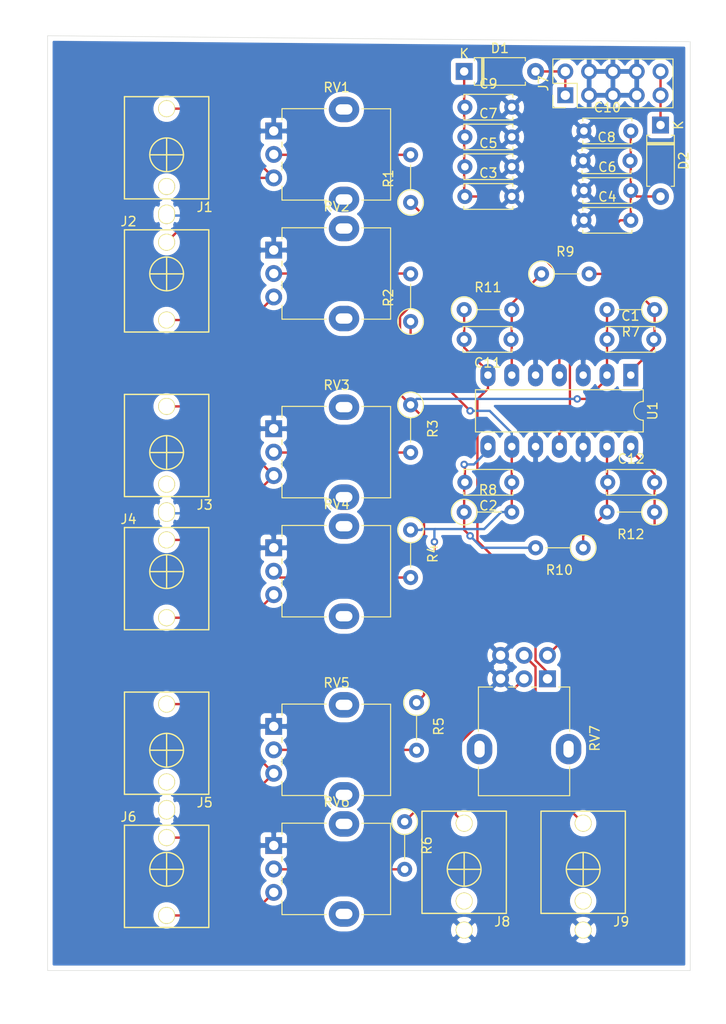
<source format=kicad_pcb>
(kicad_pcb (version 20171130) (host pcbnew "(5.1.2)-1")
  (layers (0 F.Cu signal) (31 B.Cu signal) (34 B.Paste user) (35 F.Paste user) (36 B.SilkS user) (37 F.SilkS user) (38 B.Mask user) (39 F.Mask user) (44 Edge.Cuts user))
  (net 0 "")
  (net 1 "Net-(C1-Pad2)")
  (net 2 Left)
  (net 3 "Net-(C2-Pad2)")
  (net 4 Right)
  (net 5 Earth)
  (net 6 "Net-(J4-Pad3)")
  (net 7 "Net-(R1-Pad2)")
  (net 8 +12V)
  (net 9 -12V)
  (net 10 "Net-(C11-Pad2)")
  (net 11 "Net-(C11-Pad1)")
  (net 12 "Net-(C12-Pad2)")
  (net 13 "Net-(C12-Pad1)")
  (net 14 "Net-(D1-Pad2)")
  (net 15 "Net-(D2-Pad1)")
  (net 16 Mono1)
  (net 17 "Net-(J1-Pad2)")
  (net 18 "Net-(J2-Pad3)")
  (net 19 Mono2)
  (net 20 "Net-(J3-Pad2)")
  (net 21 Mono3)
  (net 22 "Net-(J5-Pad2)")
  (net 23 "Net-(J6-Pad3)")
  (net 24 "Net-(J8-Pad3)")
  (net 25 "Net-(J8-Pad2)")
  (net 26 "Net-(J9-Pad3)")
  (net 27 "Net-(J9-Pad2)")
  (net 28 "Net-(R2-Pad2)")
  (net 29 "Net-(R3-Pad2)")
  (net 30 "Net-(R4-Pad2)")
  (net 31 "Net-(R5-Pad2)")
  (net 32 "Net-(R6-Pad2)")
  (module Package_DIP:DIP-14_W7.62mm_LongPads (layer F.Cu) (at 240.03 86.995 270)
    (fp_text reference U1 (at 3.81 -2.33 90) (layer F.SilkS))
    (fp_text value TL074)
    (pad 14 thru_hole oval (at 7.62 0 270) (size 2.4 1.6) (drill 0.8) (layers *.Cu *.Mask) (net 12 "Net-(C12-Pad2)"))
    (pad 7 thru_hole oval (at 0 15.24 270) (size 2.4 1.6) (drill 0.8) (layers *.Cu *.Mask) (net 10 "Net-(C11-Pad2)"))
    (pad 13 thru_hole oval (at 7.62 2.54 270) (size 2.4 1.6) (drill 0.8) (layers *.Cu *.Mask) (net 13 "Net-(C12-Pad1)"))
    (pad 6 thru_hole oval (at 0 12.7 270) (size 2.4 1.6) (drill 0.8) (layers *.Cu *.Mask) (net 11 "Net-(C11-Pad1)"))
    (pad 12 thru_hole oval (at 7.62 5.08 270) (size 2.4 1.6) (drill 0.8) (layers *.Cu *.Mask) (net 5 Earth))
    (pad 5 thru_hole oval (at 0 10.16 270) (size 2.4 1.6) (drill 0.8) (layers *.Cu *.Mask) (net 5 Earth))
    (pad 11 thru_hole oval (at 7.62 7.62 270) (size 2.4 1.6) (drill 0.8) (layers *.Cu *.Mask) (net 9 -12V))
    (pad 4 thru_hole oval (at 0 7.62 270) (size 2.4 1.6) (drill 0.8) (layers *.Cu *.Mask) (net 8 +12V))
    (pad 10 thru_hole oval (at 7.62 10.16 270) (size 2.4 1.6) (drill 0.8) (layers *.Cu *.Mask) (net 5 Earth))
    (pad 3 thru_hole oval (at 0 5.08 270) (size 2.4 1.6) (drill 0.8) (layers *.Cu *.Mask) (net 5 Earth))
    (pad 9 thru_hole oval (at 7.62 12.7 270) (size 2.4 1.6) (drill 0.8) (layers *.Cu *.Mask) (net 4 Right))
    (pad 2 thru_hole oval (at 0 2.54 270) (size 2.4 1.6) (drill 0.8) (layers *.Cu *.Mask) (net 2 Left))
    (pad 8 thru_hole oval (at 7.62 15.24 270) (size 2.4 1.6) (drill 0.8) (layers *.Cu *.Mask) (net 3 "Net-(C2-Pad2)"))
    (pad 1 thru_hole rect (at 0 0 270) (size 2.4 1.6) (drill 0.8) (layers *.Cu *.Mask) (net 1 "Net-(C1-Pad2)"))
  )
  (module Potentiometer_THT:Potentiometer_Alpha_RD902F-40-00D_Dual_Vertical (layer F.Cu) (at 231.14 119.38 270)
    (fp_text reference RV7 (at 6.35 -5.06 270) (layer F.SilkS))
    (fp_text value R_POT_Dual_Separate)
    (pad 4 thru_hole circle (at -2.5 0) (size 1.8 1.8) (drill 1) (layers *.Cu *.Mask) (net 12 "Net-(C12-Pad2)"))
    (pad 5 thru_hole circle (at -2.5 2.5) (size 1.8 1.8) (drill 1) (layers *.Cu *.Mask) (net 26 "Net-(J9-Pad3)"))
    (pad 6 thru_hole circle (at -2.5 5) (size 1.8 1.8) (drill 1) (layers *.Cu *.Mask) (net 5 Earth))
    (pad "" thru_hole oval (at 7.5 -2.25) (size 2.72 3.24) (drill oval 1.1 1.8) (layers *.Cu *.Mask))
    (pad "" thru_hole oval (at 7.5 7.25) (size 2.72 3.24) (drill oval 1.1 1.8) (layers *.Cu *.Mask))
    (pad 3 thru_hole circle (at 0 5) (size 1.8 1.8) (drill 1) (layers *.Cu *.Mask) (net 5 Earth))
    (pad 2 thru_hole circle (at 0 2.5) (size 1.8 1.8) (drill 1) (layers *.Cu *.Mask) (net 24 "Net-(J8-Pad3)"))
    (pad 1 thru_hole rect (at 0 0) (size 1.8 1.8) (drill 1) (layers *.Cu *.Mask) (net 10 "Net-(C11-Pad2)"))
  )
  (module Potentiometer_THT:Potentiometer_Alpha_RD901F-40-00D_Single_Vertical (layer F.Cu) (at 201.93 137.16)
    (fp_text reference RV6 (at 6.71 -4.64 180) (layer F.SilkS))
    (fp_text value 100K)
    (pad "" thru_hole oval (at 7.5 -2.3 90) (size 2.72 3.24) (drill oval 1.1 1.8) (layers *.Cu *.Mask))
    (pad "" thru_hole oval (at 7.5 7.3 90) (size 2.72 3.24) (drill oval 1.1 1.8) (layers *.Cu *.Mask))
    (pad 3 thru_hole circle (at 0 5 90) (size 1.8 1.8) (drill 1) (layers *.Cu *.Mask) (net 23 "Net-(J6-Pad3)"))
    (pad 2 thru_hole circle (at 0 2.5 90) (size 1.8 1.8) (drill 1) (layers *.Cu *.Mask) (net 32 "Net-(R6-Pad2)"))
    (pad 1 thru_hole rect (at 0 0 90) (size 1.8 1.8) (drill 1) (layers *.Cu *.Mask) (net 5 Earth))
  )
  (module Potentiometer_THT:Potentiometer_Alpha_RD901F-40-00D_Single_Vertical (layer F.Cu) (at 201.93 124.46)
    (fp_text reference RV5 (at 6.71 -4.64 180) (layer F.SilkS))
    (fp_text value 100K)
    (pad "" thru_hole oval (at 7.5 -2.3 90) (size 2.72 3.24) (drill oval 1.1 1.8) (layers *.Cu *.Mask))
    (pad "" thru_hole oval (at 7.5 7.3 90) (size 2.72 3.24) (drill oval 1.1 1.8) (layers *.Cu *.Mask))
    (pad 3 thru_hole circle (at 0 5 90) (size 1.8 1.8) (drill 1) (layers *.Cu *.Mask) (net 21 Mono3))
    (pad 2 thru_hole circle (at 0 2.5 90) (size 1.8 1.8) (drill 1) (layers *.Cu *.Mask) (net 31 "Net-(R5-Pad2)"))
    (pad 1 thru_hole rect (at 0 0 90) (size 1.8 1.8) (drill 1) (layers *.Cu *.Mask) (net 5 Earth))
  )
  (module Potentiometer_THT:Potentiometer_Alpha_RD901F-40-00D_Single_Vertical (layer F.Cu) (at 201.93 105.41)
    (fp_text reference RV4 (at 6.71 -4.64 180) (layer F.SilkS))
    (fp_text value 100K)
    (pad "" thru_hole oval (at 7.5 -2.3 90) (size 2.72 3.24) (drill oval 1.1 1.8) (layers *.Cu *.Mask))
    (pad "" thru_hole oval (at 7.5 7.3 90) (size 2.72 3.24) (drill oval 1.1 1.8) (layers *.Cu *.Mask))
    (pad 3 thru_hole circle (at 0 5 90) (size 1.8 1.8) (drill 1) (layers *.Cu *.Mask) (net 6 "Net-(J4-Pad3)"))
    (pad 2 thru_hole circle (at 0 2.5 90) (size 1.8 1.8) (drill 1) (layers *.Cu *.Mask) (net 30 "Net-(R4-Pad2)"))
    (pad 1 thru_hole rect (at 0 0 90) (size 1.8 1.8) (drill 1) (layers *.Cu *.Mask) (net 5 Earth))
  )
  (module Potentiometer_THT:Potentiometer_Alpha_RD901F-40-00D_Single_Vertical (layer F.Cu) (at 201.93 92.71)
    (fp_text reference RV3 (at 6.71 -4.64 180) (layer F.SilkS))
    (fp_text value 100K)
    (pad "" thru_hole oval (at 7.5 -2.3 90) (size 2.72 3.24) (drill oval 1.1 1.8) (layers *.Cu *.Mask))
    (pad "" thru_hole oval (at 7.5 7.3 90) (size 2.72 3.24) (drill oval 1.1 1.8) (layers *.Cu *.Mask))
    (pad 3 thru_hole circle (at 0 5 90) (size 1.8 1.8) (drill 1) (layers *.Cu *.Mask) (net 19 Mono2))
    (pad 2 thru_hole circle (at 0 2.5 90) (size 1.8 1.8) (drill 1) (layers *.Cu *.Mask) (net 29 "Net-(R3-Pad2)"))
    (pad 1 thru_hole rect (at 0 0 90) (size 1.8 1.8) (drill 1) (layers *.Cu *.Mask) (net 5 Earth))
  )
  (module Potentiometer_THT:Potentiometer_Alpha_RD901F-40-00D_Single_Vertical (layer F.Cu) (at 201.93 73.66)
    (fp_text reference RV2 (at 6.71 -4.64 180) (layer F.SilkS))
    (fp_text value 100K)
    (pad "" thru_hole oval (at 7.5 -2.3 90) (size 2.72 3.24) (drill oval 1.1 1.8) (layers *.Cu *.Mask))
    (pad "" thru_hole oval (at 7.5 7.3 90) (size 2.72 3.24) (drill oval 1.1 1.8) (layers *.Cu *.Mask))
    (pad 3 thru_hole circle (at 0 5 90) (size 1.8 1.8) (drill 1) (layers *.Cu *.Mask) (net 18 "Net-(J2-Pad3)"))
    (pad 2 thru_hole circle (at 0 2.5 90) (size 1.8 1.8) (drill 1) (layers *.Cu *.Mask) (net 28 "Net-(R2-Pad2)"))
    (pad 1 thru_hole rect (at 0 0 90) (size 1.8 1.8) (drill 1) (layers *.Cu *.Mask) (net 5 Earth))
  )
  (module Potentiometer_THT:Potentiometer_Alpha_RD901F-40-00D_Single_Vertical (layer F.Cu) (at 201.93 60.96)
    (fp_text reference RV1 (at 6.71 -4.64 180) (layer F.SilkS))
    (fp_text value 100K)
    (pad "" thru_hole oval (at 7.5 -2.3 90) (size 2.72 3.24) (drill oval 1.1 1.8) (layers *.Cu *.Mask))
    (pad "" thru_hole oval (at 7.5 7.3 90) (size 2.72 3.24) (drill oval 1.1 1.8) (layers *.Cu *.Mask))
    (pad 3 thru_hole circle (at 0 5 90) (size 1.8 1.8) (drill 1) (layers *.Cu *.Mask) (net 16 Mono1))
    (pad 2 thru_hole circle (at 0 2.5 90) (size 1.8 1.8) (drill 1) (layers *.Cu *.Mask) (net 7 "Net-(R1-Pad2)"))
    (pad 1 thru_hole rect (at 0 0 90) (size 1.8 1.8) (drill 1) (layers *.Cu *.Mask) (net 5 Earth))
  )
  (module Resistor_THT:R_Axial_DIN0207_L6.3mm_D2.5mm_P5.08mm_Vertical (layer F.Cu) (at 242.57 101.6 180)
    (fp_text reference R12 (at 2.54 -2.37) (layer F.SilkS))
    (fp_text value 10K)
    (pad 2 thru_hole oval (at 5.08 0 180) (size 1.6 1.6) (drill 0.8) (layers *.Cu *.Mask) (net 13 "Net-(C12-Pad1)"))
    (pad 1 thru_hole circle (at 0 0 180) (size 1.6 1.6) (drill 0.8) (layers *.Cu *.Mask) (net 12 "Net-(C12-Pad2)"))
  )
  (module Resistor_THT:R_Axial_DIN0207_L6.3mm_D2.5mm_P5.08mm_Vertical (layer F.Cu) (at 222.25 80.01)
    (fp_text reference R11 (at 2.54 -2.37) (layer F.SilkS))
    (fp_text value 10K)
    (pad 2 thru_hole oval (at 5.08 0) (size 1.6 1.6) (drill 0.8) (layers *.Cu *.Mask) (net 11 "Net-(C11-Pad1)"))
    (pad 1 thru_hole circle (at 0 0) (size 1.6 1.6) (drill 0.8) (layers *.Cu *.Mask) (net 10 "Net-(C11-Pad2)"))
  )
  (module Resistor_THT:R_Axial_DIN0207_L6.3mm_D2.5mm_P5.08mm_Vertical (layer F.Cu) (at 234.95 105.41 180)
    (fp_text reference R10 (at 2.54 -2.37) (layer F.SilkS))
    (fp_text value 10K)
    (pad 2 thru_hole oval (at 5.08 0 180) (size 1.6 1.6) (drill 0.8) (layers *.Cu *.Mask) (net 3 "Net-(C2-Pad2)"))
    (pad 1 thru_hole circle (at 0 0 180) (size 1.6 1.6) (drill 0.8) (layers *.Cu *.Mask) (net 13 "Net-(C12-Pad1)"))
  )
  (module Resistor_THT:R_Axial_DIN0207_L6.3mm_D2.5mm_P5.08mm_Vertical (layer F.Cu) (at 230.505 76.2)
    (fp_text reference R9 (at 2.54 -2.37) (layer F.SilkS))
    (fp_text value 10K)
    (pad 2 thru_hole oval (at 5.08 0) (size 1.6 1.6) (drill 0.8) (layers *.Cu *.Mask) (net 1 "Net-(C1-Pad2)"))
    (pad 1 thru_hole circle (at 0 0) (size 1.6 1.6) (drill 0.8) (layers *.Cu *.Mask) (net 11 "Net-(C11-Pad1)"))
  )
  (module Resistor_THT:R_Axial_DIN0207_L6.3mm_D2.5mm_P5.08mm_Vertical (layer F.Cu) (at 222.25 101.6)
    (fp_text reference R8 (at 2.54 -2.37) (layer F.SilkS))
    (fp_text value 10K)
    (pad 2 thru_hole oval (at 5.08 0) (size 1.6 1.6) (drill 0.8) (layers *.Cu *.Mask) (net 4 Right))
    (pad 1 thru_hole circle (at 0 0) (size 1.6 1.6) (drill 0.8) (layers *.Cu *.Mask) (net 3 "Net-(C2-Pad2)"))
  )
  (module Resistor_THT:R_Axial_DIN0207_L6.3mm_D2.5mm_P5.08mm_Vertical (layer F.Cu) (at 242.57 80.01 180)
    (fp_text reference R7 (at 2.54 -2.37) (layer F.SilkS))
    (fp_text value 10K)
    (pad 2 thru_hole oval (at 5.08 0 180) (size 1.6 1.6) (drill 0.8) (layers *.Cu *.Mask) (net 2 Left))
    (pad 1 thru_hole circle (at 0 0 180) (size 1.6 1.6) (drill 0.8) (layers *.Cu *.Mask) (net 1 "Net-(C1-Pad2)"))
  )
  (module Resistor_THT:R_Axial_DIN0207_L6.3mm_D2.5mm_P5.08mm_Vertical (layer F.Cu) (at 215.9 134.62 270)
    (fp_text reference R6 (at 2.54 -2.37 90) (layer F.SilkS))
    (fp_text value 10K)
    (pad 2 thru_hole oval (at 5.08 0 270) (size 1.6 1.6) (drill 0.8) (layers *.Cu *.Mask) (net 32 "Net-(R6-Pad2)"))
    (pad 1 thru_hole circle (at 0 0 270) (size 1.6 1.6) (drill 0.8) (layers *.Cu *.Mask) (net 4 Right))
  )
  (module Resistor_THT:R_Axial_DIN0207_L6.3mm_D2.5mm_P5.08mm_Vertical (layer F.Cu) (at 217.17 121.92 270)
    (fp_text reference R5 (at 2.54 -2.37 90) (layer F.SilkS))
    (fp_text value 10K)
    (pad 2 thru_hole oval (at 5.08 0 270) (size 1.6 1.6) (drill 0.8) (layers *.Cu *.Mask) (net 31 "Net-(R5-Pad2)"))
    (pad 1 thru_hole circle (at 0 0 270) (size 1.6 1.6) (drill 0.8) (layers *.Cu *.Mask) (net 2 Left))
  )
  (module Resistor_THT:R_Axial_DIN0207_L6.3mm_D2.5mm_P5.08mm_Vertical (layer F.Cu) (at 216.535 103.505 270)
    (fp_text reference R4 (at 2.54 -2.37 90) (layer F.SilkS))
    (fp_text value 10K)
    (pad 2 thru_hole oval (at 5.08 0 270) (size 1.6 1.6) (drill 0.8) (layers *.Cu *.Mask) (net 30 "Net-(R4-Pad2)"))
    (pad 1 thru_hole circle (at 0 0 270) (size 1.6 1.6) (drill 0.8) (layers *.Cu *.Mask) (net 4 Right))
  )
  (module Resistor_THT:R_Axial_DIN0207_L6.3mm_D2.5mm_P5.08mm_Vertical (layer F.Cu) (at 216.535 90.17 270)
    (fp_text reference R3 (at 2.54 -2.37 90) (layer F.SilkS))
    (fp_text value 10K)
    (pad 2 thru_hole oval (at 5.08 0 270) (size 1.6 1.6) (drill 0.8) (layers *.Cu *.Mask) (net 29 "Net-(R3-Pad2)"))
    (pad 1 thru_hole circle (at 0 0 270) (size 1.6 1.6) (drill 0.8) (layers *.Cu *.Mask) (net 2 Left))
  )
  (module Resistor_THT:R_Axial_DIN0207_L6.3mm_D2.5mm_P5.08mm_Vertical (layer F.Cu) (at 216.535 81.28 90)
    (fp_text reference R2 (at 2.54 -2.37 90) (layer F.SilkS))
    (fp_text value 10K)
    (pad 2 thru_hole oval (at 5.08 0 90) (size 1.6 1.6) (drill 0.8) (layers *.Cu *.Mask) (net 28 "Net-(R2-Pad2)"))
    (pad 1 thru_hole circle (at 0 0 90) (size 1.6 1.6) (drill 0.8) (layers *.Cu *.Mask) (net 4 Right))
  )
  (module Resistor_THT:R_Axial_DIN0207_L6.3mm_D2.5mm_P5.08mm_Vertical (layer F.Cu) (at 216.535 68.58 90)
    (fp_text reference R1 (at 2.54 -2.37 90) (layer F.SilkS))
    (fp_text value 10K)
    (pad 2 thru_hole oval (at 5.08 0 90) (size 1.6 1.6) (drill 0.8) (layers *.Cu *.Mask) (net 7 "Net-(R1-Pad2)"))
    (pad 1 thru_hole circle (at 0 0 90) (size 1.6 1.6) (drill 0.8) (layers *.Cu *.Mask) (net 2 Left))
  )
  (module eurorack:PJ301M-12 (layer F.Cu) (at 234.95 139.7)
    (fp_text reference J9 (at 4.064 5.588) (layer F.SilkS))
    (fp_text value OUT-R)
    (pad 3 thru_hole circle (at 0 -4.92) (size 1.8 1.8) (drill 1.6) (layers *.Cu *.Mask F.SilkS) (net 26 "Net-(J9-Pad3)"))
    (pad 1 thru_hole circle (at 0 6.48) (size 1.8 1.8) (drill 1.6) (layers *.Cu *.Mask F.SilkS) (net 5 Earth))
    (pad 2 thru_hole circle (at 0 3.38) (size 1.8 1.8) (drill 1.6) (layers *.Cu *.Mask F.SilkS) (net 27 "Net-(J9-Pad2)"))
  )
  (module eurorack:PJ301M-12 (layer F.Cu) (at 222.25 139.7)
    (fp_text reference J8 (at 4.064 5.588) (layer F.SilkS))
    (fp_text value OUT-L)
    (pad 3 thru_hole circle (at 0 -4.92) (size 1.8 1.8) (drill 1.6) (layers *.Cu *.Mask F.SilkS) (net 24 "Net-(J8-Pad3)"))
    (pad 1 thru_hole circle (at 0 6.48) (size 1.8 1.8) (drill 1.6) (layers *.Cu *.Mask F.SilkS) (net 5 Earth))
    (pad 2 thru_hole circle (at 0 3.38) (size 1.8 1.8) (drill 1.6) (layers *.Cu *.Mask F.SilkS) (net 25 "Net-(J8-Pad2)"))
  )
  (module Connector_PinHeader_2.54mm:PinHeader_2x05_P2.54mm_Vertical (layer F.Cu) (at 233.045 57.15 90)
    (fp_text reference J7 (at 1.27 -2.33 90) (layer F.SilkS))
    (fp_text value EURO_PWR_2x5)
    (pad 10 thru_hole oval (at 2.54 10.16 90) (size 1.7 1.7) (drill 1) (layers *.Cu *.Mask) (net 15 "Net-(D2-Pad1)"))
    (pad 9 thru_hole oval (at 0 10.16 90) (size 1.7 1.7) (drill 1) (layers *.Cu *.Mask) (net 15 "Net-(D2-Pad1)"))
    (pad 8 thru_hole oval (at 2.54 7.62 90) (size 1.7 1.7) (drill 1) (layers *.Cu *.Mask) (net 5 Earth))
    (pad 7 thru_hole oval (at 0 7.62 90) (size 1.7 1.7) (drill 1) (layers *.Cu *.Mask) (net 5 Earth))
    (pad 6 thru_hole oval (at 2.54 5.08 90) (size 1.7 1.7) (drill 1) (layers *.Cu *.Mask) (net 5 Earth))
    (pad 5 thru_hole oval (at 0 5.08 90) (size 1.7 1.7) (drill 1) (layers *.Cu *.Mask) (net 5 Earth))
    (pad 4 thru_hole oval (at 2.54 2.54 90) (size 1.7 1.7) (drill 1) (layers *.Cu *.Mask) (net 5 Earth))
    (pad 3 thru_hole oval (at 0 2.54 90) (size 1.7 1.7) (drill 1) (layers *.Cu *.Mask) (net 5 Earth))
    (pad 2 thru_hole oval (at 2.54 0 90) (size 1.7 1.7) (drill 1) (layers *.Cu *.Mask) (net 14 "Net-(D1-Pad2)"))
    (pad 1 thru_hole rect (at 0 0 90) (size 1.7 1.7) (drill 1) (layers *.Cu *.Mask) (net 14 "Net-(D1-Pad2)"))
  )
  (module eurorack:PJ301M-12 (layer F.Cu) (at 190.5 139.7 180)
    (fp_text reference J6 (at 4.064 5.588) (layer F.SilkS))
    (fp_text value IN3R)
    (pad 3 thru_hole circle (at 0 -4.92 180) (size 1.8 1.8) (drill 1.6) (layers *.Cu *.Mask F.SilkS) (net 23 "Net-(J6-Pad3)"))
    (pad 1 thru_hole circle (at 0 6.48 180) (size 1.8 1.8) (drill 1.6) (layers *.Cu *.Mask F.SilkS) (net 5 Earth))
    (pad 2 thru_hole circle (at 0 3.38 180) (size 1.8 1.8) (drill 1.6) (layers *.Cu *.Mask F.SilkS) (net 21 Mono3))
  )
  (module eurorack:PJ301M-12 (layer F.Cu) (at 190.5 127)
    (fp_text reference J5 (at 4.064 5.588) (layer F.SilkS))
    (fp_text value IN3L)
    (pad 3 thru_hole circle (at 0 -4.92) (size 1.8 1.8) (drill 1.6) (layers *.Cu *.Mask F.SilkS) (net 21 Mono3))
    (pad 1 thru_hole circle (at 0 6.48) (size 1.8 1.8) (drill 1.6) (layers *.Cu *.Mask F.SilkS) (net 5 Earth))
    (pad 2 thru_hole circle (at 0 3.38) (size 1.8 1.8) (drill 1.6) (layers *.Cu *.Mask F.SilkS) (net 22 "Net-(J5-Pad2)"))
  )
  (module eurorack:PJ301M-12 (layer F.Cu) (at 190.5 107.95 180)
    (fp_text reference J4 (at 4.064 5.588) (layer F.SilkS))
    (fp_text value IN2R)
    (pad 3 thru_hole circle (at 0 -4.92 180) (size 1.8 1.8) (drill 1.6) (layers *.Cu *.Mask F.SilkS) (net 6 "Net-(J4-Pad3)"))
    (pad 1 thru_hole circle (at 0 6.48 180) (size 1.8 1.8) (drill 1.6) (layers *.Cu *.Mask F.SilkS) (net 5 Earth))
    (pad 2 thru_hole circle (at 0 3.38 180) (size 1.8 1.8) (drill 1.6) (layers *.Cu *.Mask F.SilkS) (net 19 Mono2))
  )
  (module eurorack:PJ301M-12 (layer F.Cu) (at 190.5 95.25)
    (fp_text reference J3 (at 4.064 5.588) (layer F.SilkS))
    (fp_text value IN2L)
    (pad 3 thru_hole circle (at 0 -4.92) (size 1.8 1.8) (drill 1.6) (layers *.Cu *.Mask F.SilkS) (net 19 Mono2))
    (pad 1 thru_hole circle (at 0 6.48) (size 1.8 1.8) (drill 1.6) (layers *.Cu *.Mask F.SilkS) (net 5 Earth))
    (pad 2 thru_hole circle (at 0 3.38) (size 1.8 1.8) (drill 1.6) (layers *.Cu *.Mask F.SilkS) (net 20 "Net-(J3-Pad2)"))
  )
  (module eurorack:PJ301M-12 (layer F.Cu) (at 190.5 76.2 180)
    (fp_text reference J2 (at 4.064 5.588) (layer F.SilkS))
    (fp_text value IN1R)
    (pad 3 thru_hole circle (at 0 -4.92 180) (size 1.8 1.8) (drill 1.6) (layers *.Cu *.Mask F.SilkS) (net 18 "Net-(J2-Pad3)"))
    (pad 1 thru_hole circle (at 0 6.48 180) (size 1.8 1.8) (drill 1.6) (layers *.Cu *.Mask F.SilkS) (net 5 Earth))
    (pad 2 thru_hole circle (at 0 3.38 180) (size 1.8 1.8) (drill 1.6) (layers *.Cu *.Mask F.SilkS) (net 16 Mono1))
  )
  (module eurorack:PJ301M-12 (layer F.Cu) (at 190.5 63.5)
    (fp_text reference J1 (at 4.064 5.588) (layer F.SilkS))
    (fp_text value IN1L)
    (pad 3 thru_hole circle (at 0 -4.92) (size 1.8 1.8) (drill 1.6) (layers *.Cu *.Mask F.SilkS) (net 16 Mono1))
    (pad 1 thru_hole circle (at 0 6.48) (size 1.8 1.8) (drill 1.6) (layers *.Cu *.Mask F.SilkS) (net 5 Earth))
    (pad 2 thru_hole circle (at 0 3.38) (size 1.8 1.8) (drill 1.6) (layers *.Cu *.Mask F.SilkS) (net 17 "Net-(J1-Pad2)"))
  )
  (module Diode_THT:D_A-405_P7.62mm_Horizontal (layer F.Cu) (at 243.205 60.325 270)
    (fp_text reference D2 (at 3.81 -2.47 90) (layer F.SilkS))
    (fp_text value D)
    (fp_text user K (at 0 -1.9 90) (layer F.SilkS))
    (pad 2 thru_hole oval (at 7.62 0 270) (size 1.8 1.8) (drill 0.9) (layers *.Cu *.Mask) (net 9 -12V))
    (pad 1 thru_hole rect (at 0 0 270) (size 1.8 1.8) (drill 0.9) (layers *.Cu *.Mask) (net 15 "Net-(D2-Pad1)"))
  )
  (module Diode_THT:D_A-405_P7.62mm_Horizontal (layer F.Cu) (at 222.25 54.61)
    (fp_text reference D1 (at 3.81 -2.47) (layer F.SilkS))
    (fp_text value D)
    (fp_text user K (at 0 -1.9) (layer F.SilkS))
    (pad 2 thru_hole oval (at 7.62 0) (size 1.8 1.8) (drill 0.9) (layers *.Cu *.Mask) (net 14 "Net-(D1-Pad2)"))
    (pad 1 thru_hole rect (at 0 0) (size 1.8 1.8) (drill 0.9) (layers *.Cu *.Mask) (net 8 +12V))
  )
  (module Capacitor_THT:C_Disc_D5.0mm_W2.5mm_P5.00mm (layer F.Cu) (at 237.57 98.425)
    (fp_text reference C12 (at 2.5 -2.5) (layer F.SilkS))
    (fp_text value 10pF)
    (pad 2 thru_hole circle (at 5 0) (size 1.6 1.6) (drill 0.8) (layers *.Cu *.Mask) (net 12 "Net-(C12-Pad2)"))
    (pad 1 thru_hole circle (at 0 0) (size 1.6 1.6) (drill 0.8) (layers *.Cu *.Mask) (net 13 "Net-(C12-Pad1)"))
  )
  (module Capacitor_THT:C_Disc_D5.0mm_W2.5mm_P5.00mm (layer F.Cu) (at 227.25 83.185 180)
    (fp_text reference C11 (at 2.5 -2.5) (layer F.SilkS))
    (fp_text value 10pF)
    (pad 2 thru_hole circle (at 5 0 180) (size 1.6 1.6) (drill 0.8) (layers *.Cu *.Mask) (net 10 "Net-(C11-Pad2)"))
    (pad 1 thru_hole circle (at 0 0 180) (size 1.6 1.6) (drill 0.8) (layers *.Cu *.Mask) (net 11 "Net-(C11-Pad1)"))
  )
  (module Capacitor_THT:C_Disc_D5.0mm_W2.5mm_P5.00mm (layer F.Cu) (at 235.03 60.96)
    (fp_text reference C10 (at 2.5 -2.5) (layer F.SilkS))
    (fp_text value 10uF)
    (pad 2 thru_hole circle (at 5 0) (size 1.6 1.6) (drill 0.8) (layers *.Cu *.Mask) (net 9 -12V))
    (pad 1 thru_hole circle (at 0 0) (size 1.6 1.6) (drill 0.8) (layers *.Cu *.Mask) (net 5 Earth))
  )
  (module Capacitor_THT:C_Disc_D5.0mm_W2.5mm_P5.00mm (layer F.Cu) (at 222.33 58.42)
    (fp_text reference C9 (at 2.5 -2.5) (layer F.SilkS))
    (fp_text value 10uF)
    (pad 2 thru_hole circle (at 5 0) (size 1.6 1.6) (drill 0.8) (layers *.Cu *.Mask) (net 5 Earth))
    (pad 1 thru_hole circle (at 0 0) (size 1.6 1.6) (drill 0.8) (layers *.Cu *.Mask) (net 8 +12V))
  )
  (module Capacitor_THT:C_Disc_D5.0mm_W2.5mm_P5.00mm (layer F.Cu) (at 234.95 64.135)
    (fp_text reference C8 (at 2.5 -2.5) (layer F.SilkS))
    (fp_text value 100nF)
    (pad 2 thru_hole circle (at 5 0) (size 1.6 1.6) (drill 0.8) (layers *.Cu *.Mask) (net 9 -12V))
    (pad 1 thru_hole circle (at 0 0) (size 1.6 1.6) (drill 0.8) (layers *.Cu *.Mask) (net 5 Earth))
  )
  (module Capacitor_THT:C_Disc_D5.0mm_W2.5mm_P5.00mm (layer F.Cu) (at 222.33 61.595)
    (fp_text reference C7 (at 2.5 -2.5) (layer F.SilkS))
    (fp_text value 100nF)
    (pad 2 thru_hole circle (at 5 0) (size 1.6 1.6) (drill 0.8) (layers *.Cu *.Mask) (net 5 Earth))
    (pad 1 thru_hole circle (at 0 0) (size 1.6 1.6) (drill 0.8) (layers *.Cu *.Mask) (net 8 +12V))
  )
  (module Capacitor_THT:C_Disc_D5.0mm_W2.5mm_P5.00mm (layer F.Cu) (at 235.03 67.31)
    (fp_text reference C6 (at 2.5 -2.5) (layer F.SilkS))
    (fp_text value 100nF)
    (pad 2 thru_hole circle (at 5 0) (size 1.6 1.6) (drill 0.8) (layers *.Cu *.Mask) (net 9 -12V))
    (pad 1 thru_hole circle (at 0 0) (size 1.6 1.6) (drill 0.8) (layers *.Cu *.Mask) (net 5 Earth))
  )
  (module Capacitor_THT:C_Disc_D5.0mm_W2.5mm_P5.00mm (layer F.Cu) (at 222.33 64.77)
    (fp_text reference C5 (at 2.5 -2.5) (layer F.SilkS))
    (fp_text value 100nF)
    (pad 2 thru_hole circle (at 5 0) (size 1.6 1.6) (drill 0.8) (layers *.Cu *.Mask) (net 5 Earth))
    (pad 1 thru_hole circle (at 0 0) (size 1.6 1.6) (drill 0.8) (layers *.Cu *.Mask) (net 8 +12V))
  )
  (module Capacitor_THT:C_Disc_D5.0mm_W2.5mm_P5.00mm (layer F.Cu) (at 235.03 70.485)
    (fp_text reference C4 (at 2.5 -2.5) (layer F.SilkS))
    (fp_text value 100nF)
    (pad 2 thru_hole circle (at 5 0) (size 1.6 1.6) (drill 0.8) (layers *.Cu *.Mask) (net 9 -12V))
    (pad 1 thru_hole circle (at 0 0) (size 1.6 1.6) (drill 0.8) (layers *.Cu *.Mask) (net 5 Earth))
  )
  (module Capacitor_THT:C_Disc_D5.0mm_W2.5mm_P5.00mm (layer F.Cu) (at 222.33 67.945)
    (fp_text reference C3 (at 2.5 -2.5) (layer F.SilkS))
    (fp_text value 100nF)
    (pad 2 thru_hole circle (at 5 0) (size 1.6 1.6) (drill 0.8) (layers *.Cu *.Mask) (net 5 Earth))
    (pad 1 thru_hole circle (at 0 0) (size 1.6 1.6) (drill 0.8) (layers *.Cu *.Mask) (net 8 +12V))
  )
  (module Capacitor_THT:C_Disc_D5.0mm_W2.5mm_P5.00mm (layer F.Cu) (at 227.33 98.425 180)
    (fp_text reference C2 (at 2.5 -2.5) (layer F.SilkS))
    (fp_text value 10pF)
    (pad 2 thru_hole circle (at 5 0 180) (size 1.6 1.6) (drill 0.8) (layers *.Cu *.Mask) (net 3 "Net-(C2-Pad2)"))
    (pad 1 thru_hole circle (at 0 0 180) (size 1.6 1.6) (drill 0.8) (layers *.Cu *.Mask) (net 4 Right))
  )
  (module Capacitor_THT:C_Disc_D5.0mm_W2.5mm_P5.00mm (layer F.Cu) (at 237.49 83.185)
    (fp_text reference C1 (at 2.5 -2.5) (layer F.SilkS))
    (fp_text value 10pF)
    (pad 2 thru_hole circle (at 5 0) (size 1.6 1.6) (drill 0.8) (layers *.Cu *.Mask) (net 1 "Net-(C1-Pad2)"))
    (pad 1 thru_hole circle (at 0 0) (size 1.6 1.6) (drill 0.8) (layers *.Cu *.Mask) (net 2 Left))
  )
  (gr_line (start 246.38 51.435) (end 177.8 50.8) (layer Edge.Cuts) (width 0.05))
  (gr_line (start 246.38 150.495) (end 246.38 51.435) (layer Edge.Cuts) (width 0.05))
  (gr_line (start 177.8 150.495) (end 246.38 150.495) (layer Edge.Cuts) (width 0.05))
  (gr_line (start 177.8 50.8) (end 177.8 150.495) (layer Edge.Cuts) (width 0.05))
  (segment (start 242.49 84.135) (end 242.49 83.185) (width 0.25) (layer F.Cu) (net 1))
  (segment (start 240.03 86.595) (end 242.49 84.135) (width 0.25) (layer F.Cu) (net 1))
  (segment (start 240.03 86.995) (end 240.03 86.595) (width 0.25) (layer F.Cu) (net 1))
  (segment (start 242.57 83.105) (end 242.49 83.185) (width 0.25) (layer F.Cu) (net 1))
  (segment (start 242.57 80.01) (end 242.57 83.105) (width 0.25) (layer F.Cu) (net 1))
  (segment (start 238.76 76.2) (end 235.585 76.2) (width 0.25) (layer F.Cu) (net 1))
  (segment (start 242.57 80.01) (end 238.76 76.2) (width 0.25) (layer F.Cu) (net 1))
  (segment (start 237.49 86.995) (end 237.49 80.01) (width 0.25) (layer F.Cu) (net 2))
  (via (at 234.315 89.535) (size 0.8) (drill 0.4) (layers F.Cu B.Cu) (net 2))
  (segment (start 235.35 89.535) (end 234.315 89.535) (width 0.25) (layer F.Cu) (net 2))
  (segment (start 237.49 86.995) (end 237.49 87.395) (width 0.25) (layer F.Cu) (net 2))
  (segment (start 237.49 87.395) (end 235.35 89.535) (width 0.25) (layer F.Cu) (net 2))
  (segment (start 217.17 89.535) (end 216.535 90.17) (width 0.25) (layer B.Cu) (net 2))
  (segment (start 234.315 89.535) (end 217.17 89.535) (width 0.25) (layer B.Cu) (net 2))
  (segment (start 217.334999 90.969999) (end 216.535 90.17) (width 0.25) (layer F.Cu) (net 2))
  (segment (start 217.969999 91.604999) (end 217.334999 90.969999) (width 0.25) (layer F.Cu) (net 2))
  (segment (start 217.969999 121.120001) (end 217.969999 91.604999) (width 0.25) (layer F.Cu) (net 2))
  (segment (start 217.17 121.92) (end 217.969999 121.120001) (width 0.25) (layer F.Cu) (net 2))
  (segment (start 215.735001 89.370001) (end 216.535 90.17) (width 0.25) (layer F.Cu) (net 2))
  (segment (start 215.409999 89.044999) (end 215.735001 89.370001) (width 0.25) (layer F.Cu) (net 2))
  (segment (start 215.409999 80.739999) (end 215.409999 89.044999) (width 0.25) (layer F.Cu) (net 2))
  (segment (start 219.075 77.074998) (end 215.409999 80.739999) (width 0.25) (layer F.Cu) (net 2))
  (segment (start 219.075 71.12) (end 219.075 77.074998) (width 0.25) (layer F.Cu) (net 2))
  (segment (start 216.535 68.58) (end 219.075 71.12) (width 0.25) (layer F.Cu) (net 2))
  (segment (start 222.25 98.505) (end 222.33 98.425) (width 0.25) (layer F.Cu) (net 3))
  (segment (start 222.25 101.6) (end 222.25 98.505) (width 0.25) (layer F.Cu) (net 3))
  (via (at 222.25 96.52) (size 0.8) (drill 0.4) (layers F.Cu B.Cu) (net 3))
  (segment (start 222.33 98.425) (end 222.33 96.6) (width 0.25) (layer F.Cu) (net 3))
  (segment (start 222.33 96.6) (end 222.25 96.52) (width 0.25) (layer F.Cu) (net 3))
  (segment (start 224.79 95.015) (end 224.79 94.615) (width 0.25) (layer B.Cu) (net 3))
  (segment (start 223.285 96.52) (end 224.79 95.015) (width 0.25) (layer B.Cu) (net 3))
  (segment (start 222.25 96.52) (end 223.285 96.52) (width 0.25) (layer B.Cu) (net 3))
  (via (at 222.885 104.14) (size 0.8) (drill 0.4) (layers F.Cu B.Cu) (net 3))
  (segment (start 222.25 101.6) (end 222.25 103.505) (width 0.25) (layer F.Cu) (net 3))
  (segment (start 222.25 103.505) (end 222.885 104.14) (width 0.25) (layer F.Cu) (net 3))
  (segment (start 224.155 105.41) (end 229.87 105.41) (width 0.25) (layer B.Cu) (net 3))
  (segment (start 222.885 104.14) (end 224.155 105.41) (width 0.25) (layer B.Cu) (net 3))
  (segment (start 227.33 96.065) (end 227.33 101.6) (width 0.25) (layer F.Cu) (net 4))
  (segment (start 227.33 94.615) (end 227.33 96.065) (width 0.25) (layer F.Cu) (net 4))
  (segment (start 217.66637 103.505) (end 216.535 103.505) (width 0.25) (layer B.Cu) (net 4))
  (segment (start 217.756371 103.414999) (end 217.66637 103.505) (width 0.25) (layer B.Cu) (net 4))
  (segment (start 226.19863 101.6) (end 224.383631 103.414999) (width 0.25) (layer B.Cu) (net 4))
  (segment (start 227.33 101.6) (end 226.19863 101.6) (width 0.25) (layer B.Cu) (net 4))
  (via (at 222.885 90.805) (size 0.8) (drill 0.4) (layers F.Cu B.Cu) (net 4))
  (segment (start 216.535 81.28) (end 216.535 84.455) (width 0.25) (layer F.Cu) (net 4))
  (segment (start 216.535 84.455) (end 222.885 90.805) (width 0.25) (layer F.Cu) (net 4))
  (segment (start 227.33 93.165) (end 227.33 94.615) (width 0.25) (layer B.Cu) (net 4))
  (segment (start 224.97 90.805) (end 227.33 93.165) (width 0.25) (layer B.Cu) (net 4))
  (segment (start 222.885 90.805) (end 224.97 90.805) (width 0.25) (layer B.Cu) (net 4))
  (via (at 219.075 104.775) (size 0.8) (drill 0.4) (layers F.Cu B.Cu) (net 4))
  (segment (start 215.9 134.62) (end 219.075 131.445) (width 0.25) (layer F.Cu) (net 4))
  (segment (start 219.075 131.445) (end 219.075 104.775) (width 0.25) (layer F.Cu) (net 4))
  (segment (start 219.075 103.505) (end 219.165001 103.414999) (width 0.25) (layer B.Cu) (net 4))
  (segment (start 219.075 104.775) (end 219.075 103.505) (width 0.25) (layer B.Cu) (net 4))
  (segment (start 224.383631 103.414999) (end 219.165001 103.414999) (width 0.25) (layer B.Cu) (net 4))
  (segment (start 219.165001 103.414999) (end 217.756371 103.414999) (width 0.25) (layer B.Cu) (net 4))
  (segment (start 201.93 72.51) (end 201.93 73.66) (width 0.25) (layer B.Cu) (net 5))
  (segment (start 199.4 69.98) (end 201.93 72.51) (width 0.25) (layer B.Cu) (net 5))
  (segment (start 190.5 69.98) (end 199.4 69.98) (width 0.25) (layer B.Cu) (net 5))
  (segment (start 201.93 104.26) (end 201.93 105.41) (width 0.25) (layer B.Cu) (net 5))
  (segment (start 199.4 101.73) (end 201.93 104.26) (width 0.25) (layer B.Cu) (net 5))
  (segment (start 190.5 101.73) (end 199.4 101.73) (width 0.25) (layer B.Cu) (net 5))
  (segment (start 194.44 137.16) (end 201.93 137.16) (width 0.25) (layer B.Cu) (net 5))
  (segment (start 190.5 133.22) (end 194.44 137.16) (width 0.25) (layer B.Cu) (net 5))
  (segment (start 199.47 112.87) (end 202.485 109.855) (width 0.25) (layer F.Cu) (net 6))
  (segment (start 190.5 112.87) (end 199.47 112.87) (width 0.25) (layer F.Cu) (net 6))
  (segment (start 201.97 63.5) (end 201.93 63.46) (width 0.25) (layer F.Cu) (net 7))
  (segment (start 216.535 63.5) (end 201.97 63.5) (width 0.25) (layer F.Cu) (net 7))
  (segment (start 222.25 67.865) (end 222.33 67.945) (width 0.25) (layer F.Cu) (net 8))
  (segment (start 222.25 54.61) (end 222.25 67.865) (width 0.25) (layer F.Cu) (net 8))
  (segment (start 232.41 85.545) (end 232.41 86.995) (width 0.25) (layer F.Cu) (net 8))
  (segment (start 232.41 76.2) (end 232.41 85.545) (width 0.25) (layer F.Cu) (net 8))
  (segment (start 224.155 67.945) (end 232.41 76.2) (width 0.25) (layer F.Cu) (net 8))
  (segment (start 222.33 67.945) (end 224.155 67.945) (width 0.25) (layer F.Cu) (net 8))
  (segment (start 240.665 67.945) (end 240.03 67.31) (width 0.25) (layer F.Cu) (net 9))
  (segment (start 243.205 67.945) (end 240.665 67.945) (width 0.25) (layer F.Cu) (net 9))
  (segment (start 240.03 64.215) (end 239.95 64.135) (width 0.25) (layer F.Cu) (net 9))
  (segment (start 240.03 67.31) (end 240.03 64.215) (width 0.25) (layer F.Cu) (net 9))
  (segment (start 240.03 64.055) (end 239.95 64.135) (width 0.25) (layer F.Cu) (net 9))
  (segment (start 240.03 60.96) (end 240.03 64.055) (width 0.25) (layer F.Cu) (net 9))
  (segment (start 240.03 67.31) (end 240.03 70.485) (width 0.25) (layer F.Cu) (net 9))
  (segment (start 232.41 93.165) (end 232.41 94.615) (width 0.25) (layer F.Cu) (net 9))
  (segment (start 233.53501 92.03999) (end 232.41 93.165) (width 0.25) (layer F.Cu) (net 9))
  (segment (start 233.53501 75.84862) (end 233.53501 92.03999) (width 0.25) (layer F.Cu) (net 9))
  (segment (start 238.89863 70.485) (end 233.53501 75.84862) (width 0.25) (layer F.Cu) (net 9))
  (segment (start 240.03 70.485) (end 238.89863 70.485) (width 0.25) (layer F.Cu) (net 9))
  (segment (start 224.79 88.445) (end 224.79 86.995) (width 0.25) (layer F.Cu) (net 10))
  (segment (start 223.66499 89.57001) (end 224.79 88.445) (width 0.25) (layer F.Cu) (net 10))
  (segment (start 223.66499 104.679992) (end 223.66499 89.57001) (width 0.25) (layer F.Cu) (net 10))
  (segment (start 229.865001 110.880003) (end 223.66499 104.679992) (width 0.25) (layer F.Cu) (net 10))
  (segment (start 229.865001 117.418003) (end 229.865001 110.880003) (width 0.25) (layer F.Cu) (net 10))
  (segment (start 231.14 118.693002) (end 229.865001 117.418003) (width 0.25) (layer F.Cu) (net 10))
  (segment (start 231.14 119.38) (end 231.14 118.693002) (width 0.25) (layer F.Cu) (net 10))
  (segment (start 222.25 84.055) (end 222.25 83.185) (width 0.25) (layer F.Cu) (net 10))
  (segment (start 224.79 86.595) (end 222.25 84.055) (width 0.25) (layer F.Cu) (net 10))
  (segment (start 224.79 86.995) (end 224.79 86.595) (width 0.25) (layer F.Cu) (net 10))
  (segment (start 222.25 82.05363) (end 222.25 80.01) (width 0.25) (layer F.Cu) (net 10))
  (segment (start 222.25 83.185) (end 222.25 82.05363) (width 0.25) (layer F.Cu) (net 10))
  (segment (start 227.33 79.375) (end 227.33 80.01) (width 0.25) (layer F.Cu) (net 11))
  (segment (start 230.505 76.2) (end 227.33 79.375) (width 0.25) (layer F.Cu) (net 11))
  (segment (start 227.33 80.01) (end 227.33 86.995) (width 0.25) (layer F.Cu) (net 11))
  (segment (start 242.57 105.45) (end 242.57 101.6) (width 0.25) (layer F.Cu) (net 12))
  (segment (start 231.14 116.88) (end 242.57 105.45) (width 0.25) (layer F.Cu) (net 12))
  (segment (start 242.57 101.6) (end 242.57 98.425) (width 0.25) (layer F.Cu) (net 12))
  (segment (start 242.57 97.555) (end 242.57 98.425) (width 0.25) (layer F.Cu) (net 12))
  (segment (start 240.03 95.015) (end 242.57 97.555) (width 0.25) (layer F.Cu) (net 12))
  (segment (start 240.03 94.615) (end 240.03 95.015) (width 0.25) (layer F.Cu) (net 12))
  (segment (start 237.49 94.615) (end 237.49 101.6) (width 0.25) (layer F.Cu) (net 13))
  (segment (start 234.95 104.14) (end 234.95 105.41) (width 0.25) (layer F.Cu) (net 13))
  (segment (start 237.49 101.6) (end 234.95 104.14) (width 0.25) (layer F.Cu) (net 13))
  (segment (start 233.045 54.61) (end 229.87 54.61) (width 0.25) (layer F.Cu) (net 14))
  (segment (start 233.045 57.15) (end 233.045 54.61) (width 0.25) (layer F.Cu) (net 14))
  (segment (start 243.205 54.61) (end 243.205 57.15) (width 0.25) (layer F.Cu) (net 15))
  (segment (start 243.205 57.15) (end 243.205 60.325) (width 0.25) (layer F.Cu) (net 15))
  (segment (start 194.55 58.58) (end 201.93 65.96) (width 0.25) (layer F.Cu) (net 16))
  (segment (start 190.5 58.58) (end 194.55 58.58) (width 0.25) (layer F.Cu) (net 16))
  (segment (start 197.36 65.96) (end 190.5 72.82) (width 0.25) (layer F.Cu) (net 16))
  (segment (start 201.93 65.96) (end 197.36 65.96) (width 0.25) (layer F.Cu) (net 16))
  (segment (start 199.47 81.12) (end 201.93 78.66) (width 0.25) (layer F.Cu) (net 18))
  (segment (start 190.5 81.12) (end 199.47 81.12) (width 0.25) (layer F.Cu) (net 18))
  (segment (start 194.55 90.33) (end 201.93 97.71) (width 0.25) (layer F.Cu) (net 19))
  (segment (start 190.5 90.33) (end 194.55 90.33) (width 0.25) (layer F.Cu) (net 19))
  (segment (start 195.07 104.57) (end 201.93 97.71) (width 0.25) (layer F.Cu) (net 19))
  (segment (start 190.5 104.57) (end 195.07 104.57) (width 0.25) (layer F.Cu) (net 19))
  (segment (start 194.55 122.08) (end 201.93 129.46) (width 0.25) (layer F.Cu) (net 21))
  (segment (start 190.5 122.08) (end 194.55 122.08) (width 0.25) (layer F.Cu) (net 21))
  (segment (start 195.07 136.32) (end 201.93 129.46) (width 0.25) (layer F.Cu) (net 21))
  (segment (start 190.5 136.32) (end 195.07 136.32) (width 0.25) (layer F.Cu) (net 21))
  (segment (start 199.47 144.62) (end 201.93 142.16) (width 0.25) (layer F.Cu) (net 23))
  (segment (start 190.5 144.62) (end 199.47 144.62) (width 0.25) (layer F.Cu) (net 23))
  (segment (start 227.740001 120.279999) (end 228.64 119.38) (width 0.25) (layer F.Cu) (net 24))
  (segment (start 221.350001 126.669999) (end 227.740001 120.279999) (width 0.25) (layer F.Cu) (net 24))
  (segment (start 221.350001 133.880001) (end 221.350001 126.669999) (width 0.25) (layer F.Cu) (net 24))
  (segment (start 222.25 134.78) (end 221.350001 133.880001) (width 0.25) (layer F.Cu) (net 24))
  (segment (start 234.050001 133.880001) (end 234.95 134.78) (width 0.25) (layer F.Cu) (net 26))
  (segment (start 229.865001 129.695001) (end 234.050001 133.880001) (width 0.25) (layer F.Cu) (net 26))
  (segment (start 229.865001 118.105001) (end 229.865001 129.695001) (width 0.25) (layer F.Cu) (net 26))
  (segment (start 228.64 116.88) (end 229.865001 118.105001) (width 0.25) (layer F.Cu) (net 26))
  (segment (start 216.495 76.16) (end 216.535 76.2) (width 0.25) (layer F.Cu) (net 28))
  (segment (start 201.93 76.16) (end 216.495 76.16) (width 0.25) (layer F.Cu) (net 28))
  (segment (start 201.97 95.25) (end 201.93 95.21) (width 0.25) (layer F.Cu) (net 29))
  (segment (start 216.535 95.25) (end 201.97 95.25) (width 0.25) (layer F.Cu) (net 29))
  (segment (start 202.605 108.585) (end 201.93 107.91) (width 0.25) (layer F.Cu) (net 30))
  (segment (start 216.535 108.585) (end 202.605 108.585) (width 0.25) (layer F.Cu) (net 30))
  (segment (start 217.13 126.96) (end 217.17 127) (width 0.25) (layer F.Cu) (net 31))
  (segment (start 201.93 126.96) (end 217.13 126.96) (width 0.25) (layer F.Cu) (net 31))
  (segment (start 201.97 139.7) (end 201.93 139.66) (width 0.25) (layer F.Cu) (net 32))
  (segment (start 215.9 139.7) (end 201.97 139.7) (width 0.25) (layer F.Cu) (net 32))
  (zone (net 5) (net_name Earth) (layer B.Cu) (connect_pads (clearance 0.508)) (min_thickness 0.254) (fill yes (arc_segments 32) (thermal_gap 0.508) (thermal_bridge_width 0.508))
    (polygon (pts (xy 175.26 46.99) (xy 250.19 46.99) (xy 249.555 156.21) (xy 172.72 154.94) (xy 173.99 53.34) (xy 172.72 48.895)))
  )
)
</source>
